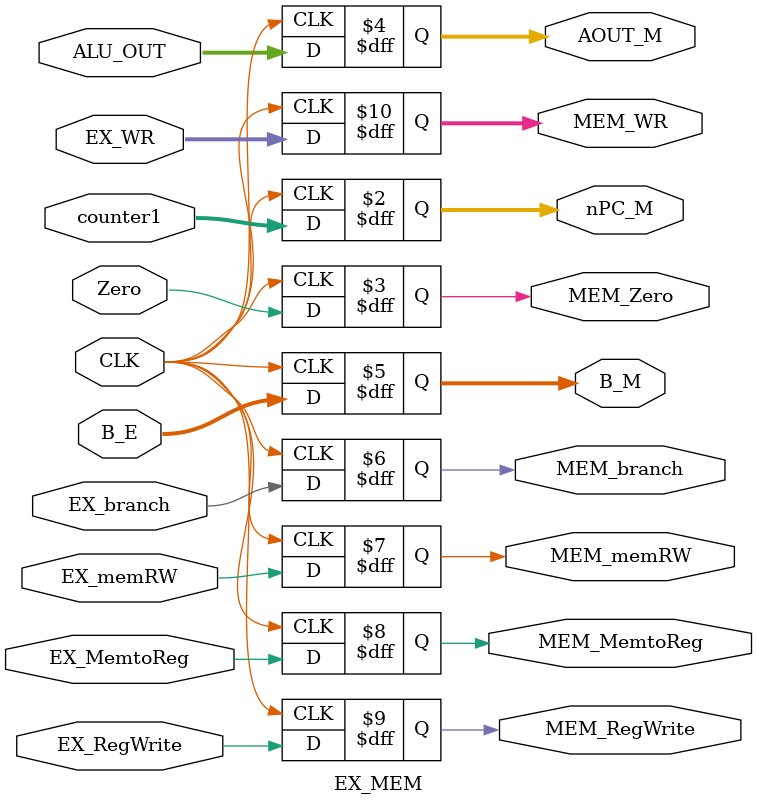
<source format=v>
module EX_MEM (counter1, Zero, ALU_OUT, B_E, EX_branch, EX_memRW, EX_MemtoReg, EX_RegWrite, EX_WR, 
nPC_M, MEM_Zero, AOUT_M, B_M, MEM_branch, MEM_memRW, MEM_MemtoReg, MEM_RegWrite, MEM_WR, CLK);

    input CLK;
    input [31:0] counter1;
    input Zero;
    input [31:0] ALU_OUT;
    input [31:0] B_E;
    input EX_branch;
    input EX_memRW;
    input EX_MemtoReg;
    input EX_RegWrite;
    input [4:0] EX_WR;

    output reg [31:0] nPC_M;
    output reg MEM_Zero;
    output reg [31:0] AOUT_M;
    output reg [31:0] B_M;
    output reg MEM_branch;
    output reg MEM_memRW;
    output reg MEM_MemtoReg;
    output reg MEM_RegWrite;
    output reg [4:0] MEM_WR;

    always @(posedge CLK) begin
        nPC_M <= counter1;
        MEM_Zero <= Zero;
        AOUT_M <= ALU_OUT;
        B_M <= B_E;
        MEM_branch <= EX_branch;
        MEM_memRW <= EX_memRW;
        MEM_MemtoReg <= EX_MemtoReg;
        MEM_RegWrite <= EX_RegWrite;
        MEM_WR <= EX_WR;
        // $display("%2t: EX_MEM", $time);
    end
    

endmodule
</source>
